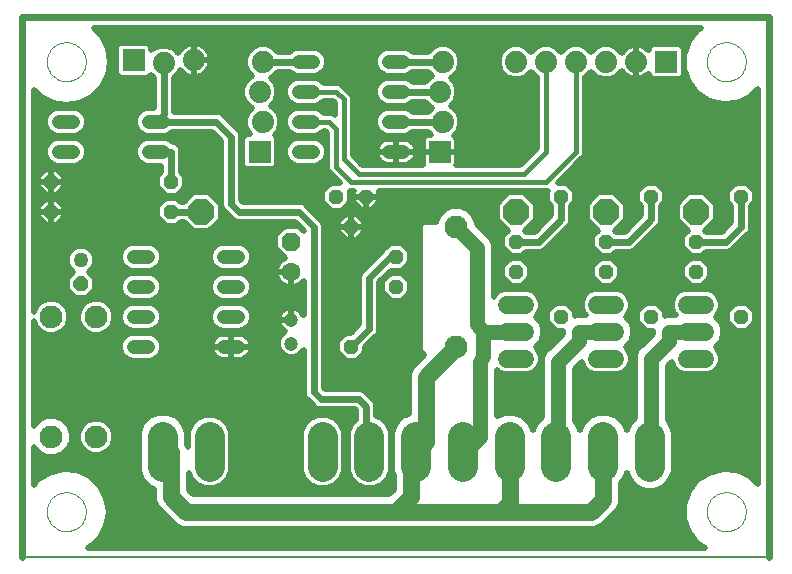
<source format=gtl>
G75*
%MOIN*%
%OFA0B0*%
%FSLAX24Y24*%
%IPPOS*%
%LPD*%
%AMOC8*
5,1,8,0,0,1.08239X$1,22.5*
%
%ADD10C,0.0080*%
%ADD11C,0.0240*%
%ADD12C,0.0600*%
%ADD13C,0.0000*%
%ADD14C,0.0500*%
%ADD15OC8,0.0500*%
%ADD16OC8,0.0630*%
%ADD17C,0.0630*%
%ADD18OC8,0.0480*%
%ADD19C,0.0480*%
%ADD20C,0.0472*%
%ADD21C,0.0760*%
%ADD22R,0.0740X0.0740*%
%ADD23C,0.0740*%
%ADD24OC8,0.0850*%
%ADD25C,0.1004*%
%ADD26C,0.0560*%
%ADD27C,0.0500*%
%ADD28C,0.0160*%
%ADD29C,0.0200*%
D10*
X006373Y004935D02*
X031273Y004935D01*
X020383Y019435D02*
X020333Y019435D01*
X020283Y020435D02*
X020233Y020435D01*
X020333Y021435D02*
X020383Y021435D01*
D11*
X006373Y022931D02*
X006373Y004935D01*
X016083Y010435D02*
X016083Y015935D01*
X015583Y016435D01*
X013583Y016435D01*
X013333Y016685D01*
X013333Y018935D01*
X012833Y019435D01*
X010833Y019435D01*
X011083Y019685D01*
X011083Y021385D01*
X010833Y018435D02*
X011333Y018435D01*
X011333Y017435D01*
X011333Y016435D02*
X012333Y016435D01*
X017333Y011935D02*
X017933Y012535D01*
X017933Y014235D01*
X018633Y014935D01*
X018833Y014935D01*
X022833Y015435D02*
X023583Y015435D01*
X024333Y016185D01*
X024333Y016935D01*
X025833Y015435D02*
X026583Y015435D01*
X027333Y016185D01*
X027333Y016935D01*
X028833Y015435D02*
X029833Y015435D01*
X030333Y015935D01*
X030333Y016935D01*
X031273Y022931D02*
X006373Y022931D01*
X014383Y021435D02*
X015833Y021435D01*
X018833Y021435D02*
X020333Y021435D01*
X020233Y020435D02*
X018833Y020435D01*
X018833Y019435D02*
X020333Y019435D01*
X016083Y010435D02*
X016333Y010185D01*
X017583Y010185D01*
X017833Y009935D01*
X017833Y008685D01*
X017935Y008435D01*
X031273Y004935D02*
X031273Y022931D01*
D12*
X029133Y013335D02*
X028533Y013335D01*
X028533Y012435D02*
X029133Y012435D01*
X029133Y011535D02*
X028533Y011535D01*
X026133Y011535D02*
X025533Y011535D01*
X025533Y012435D02*
X026133Y012435D01*
X026133Y013335D02*
X025533Y013335D01*
X023133Y013335D02*
X022533Y013335D01*
X022533Y012435D02*
X023133Y012435D01*
X023133Y011535D02*
X022533Y011535D01*
D13*
X029183Y006435D02*
X029185Y006485D01*
X029191Y006535D01*
X029201Y006585D01*
X029214Y006633D01*
X029231Y006681D01*
X029252Y006727D01*
X029276Y006771D01*
X029304Y006813D01*
X029335Y006853D01*
X029369Y006890D01*
X029406Y006925D01*
X029445Y006956D01*
X029486Y006985D01*
X029530Y007010D01*
X029576Y007032D01*
X029623Y007050D01*
X029671Y007064D01*
X029720Y007075D01*
X029770Y007082D01*
X029820Y007085D01*
X029871Y007084D01*
X029921Y007079D01*
X029971Y007070D01*
X030019Y007058D01*
X030067Y007041D01*
X030113Y007021D01*
X030158Y006998D01*
X030201Y006971D01*
X030241Y006941D01*
X030279Y006908D01*
X030314Y006872D01*
X030347Y006833D01*
X030376Y006792D01*
X030402Y006749D01*
X030425Y006704D01*
X030444Y006657D01*
X030459Y006609D01*
X030471Y006560D01*
X030479Y006510D01*
X030483Y006460D01*
X030483Y006410D01*
X030479Y006360D01*
X030471Y006310D01*
X030459Y006261D01*
X030444Y006213D01*
X030425Y006166D01*
X030402Y006121D01*
X030376Y006078D01*
X030347Y006037D01*
X030314Y005998D01*
X030279Y005962D01*
X030241Y005929D01*
X030201Y005899D01*
X030158Y005872D01*
X030113Y005849D01*
X030067Y005829D01*
X030019Y005812D01*
X029971Y005800D01*
X029921Y005791D01*
X029871Y005786D01*
X029820Y005785D01*
X029770Y005788D01*
X029720Y005795D01*
X029671Y005806D01*
X029623Y005820D01*
X029576Y005838D01*
X029530Y005860D01*
X029486Y005885D01*
X029445Y005914D01*
X029406Y005945D01*
X029369Y005980D01*
X029335Y006017D01*
X029304Y006057D01*
X029276Y006099D01*
X029252Y006143D01*
X029231Y006189D01*
X029214Y006237D01*
X029201Y006285D01*
X029191Y006335D01*
X029185Y006385D01*
X029183Y006435D01*
X029183Y021435D02*
X029185Y021485D01*
X029191Y021535D01*
X029201Y021585D01*
X029214Y021633D01*
X029231Y021681D01*
X029252Y021727D01*
X029276Y021771D01*
X029304Y021813D01*
X029335Y021853D01*
X029369Y021890D01*
X029406Y021925D01*
X029445Y021956D01*
X029486Y021985D01*
X029530Y022010D01*
X029576Y022032D01*
X029623Y022050D01*
X029671Y022064D01*
X029720Y022075D01*
X029770Y022082D01*
X029820Y022085D01*
X029871Y022084D01*
X029921Y022079D01*
X029971Y022070D01*
X030019Y022058D01*
X030067Y022041D01*
X030113Y022021D01*
X030158Y021998D01*
X030201Y021971D01*
X030241Y021941D01*
X030279Y021908D01*
X030314Y021872D01*
X030347Y021833D01*
X030376Y021792D01*
X030402Y021749D01*
X030425Y021704D01*
X030444Y021657D01*
X030459Y021609D01*
X030471Y021560D01*
X030479Y021510D01*
X030483Y021460D01*
X030483Y021410D01*
X030479Y021360D01*
X030471Y021310D01*
X030459Y021261D01*
X030444Y021213D01*
X030425Y021166D01*
X030402Y021121D01*
X030376Y021078D01*
X030347Y021037D01*
X030314Y020998D01*
X030279Y020962D01*
X030241Y020929D01*
X030201Y020899D01*
X030158Y020872D01*
X030113Y020849D01*
X030067Y020829D01*
X030019Y020812D01*
X029971Y020800D01*
X029921Y020791D01*
X029871Y020786D01*
X029820Y020785D01*
X029770Y020788D01*
X029720Y020795D01*
X029671Y020806D01*
X029623Y020820D01*
X029576Y020838D01*
X029530Y020860D01*
X029486Y020885D01*
X029445Y020914D01*
X029406Y020945D01*
X029369Y020980D01*
X029335Y021017D01*
X029304Y021057D01*
X029276Y021099D01*
X029252Y021143D01*
X029231Y021189D01*
X029214Y021237D01*
X029201Y021285D01*
X029191Y021335D01*
X029185Y021385D01*
X029183Y021435D01*
X007183Y021435D02*
X007185Y021485D01*
X007191Y021535D01*
X007201Y021585D01*
X007214Y021633D01*
X007231Y021681D01*
X007252Y021727D01*
X007276Y021771D01*
X007304Y021813D01*
X007335Y021853D01*
X007369Y021890D01*
X007406Y021925D01*
X007445Y021956D01*
X007486Y021985D01*
X007530Y022010D01*
X007576Y022032D01*
X007623Y022050D01*
X007671Y022064D01*
X007720Y022075D01*
X007770Y022082D01*
X007820Y022085D01*
X007871Y022084D01*
X007921Y022079D01*
X007971Y022070D01*
X008019Y022058D01*
X008067Y022041D01*
X008113Y022021D01*
X008158Y021998D01*
X008201Y021971D01*
X008241Y021941D01*
X008279Y021908D01*
X008314Y021872D01*
X008347Y021833D01*
X008376Y021792D01*
X008402Y021749D01*
X008425Y021704D01*
X008444Y021657D01*
X008459Y021609D01*
X008471Y021560D01*
X008479Y021510D01*
X008483Y021460D01*
X008483Y021410D01*
X008479Y021360D01*
X008471Y021310D01*
X008459Y021261D01*
X008444Y021213D01*
X008425Y021166D01*
X008402Y021121D01*
X008376Y021078D01*
X008347Y021037D01*
X008314Y020998D01*
X008279Y020962D01*
X008241Y020929D01*
X008201Y020899D01*
X008158Y020872D01*
X008113Y020849D01*
X008067Y020829D01*
X008019Y020812D01*
X007971Y020800D01*
X007921Y020791D01*
X007871Y020786D01*
X007820Y020785D01*
X007770Y020788D01*
X007720Y020795D01*
X007671Y020806D01*
X007623Y020820D01*
X007576Y020838D01*
X007530Y020860D01*
X007486Y020885D01*
X007445Y020914D01*
X007406Y020945D01*
X007369Y020980D01*
X007335Y021017D01*
X007304Y021057D01*
X007276Y021099D01*
X007252Y021143D01*
X007231Y021189D01*
X007214Y021237D01*
X007201Y021285D01*
X007191Y021335D01*
X007185Y021385D01*
X007183Y021435D01*
X007183Y006435D02*
X007185Y006485D01*
X007191Y006535D01*
X007201Y006585D01*
X007214Y006633D01*
X007231Y006681D01*
X007252Y006727D01*
X007276Y006771D01*
X007304Y006813D01*
X007335Y006853D01*
X007369Y006890D01*
X007406Y006925D01*
X007445Y006956D01*
X007486Y006985D01*
X007530Y007010D01*
X007576Y007032D01*
X007623Y007050D01*
X007671Y007064D01*
X007720Y007075D01*
X007770Y007082D01*
X007820Y007085D01*
X007871Y007084D01*
X007921Y007079D01*
X007971Y007070D01*
X008019Y007058D01*
X008067Y007041D01*
X008113Y007021D01*
X008158Y006998D01*
X008201Y006971D01*
X008241Y006941D01*
X008279Y006908D01*
X008314Y006872D01*
X008347Y006833D01*
X008376Y006792D01*
X008402Y006749D01*
X008425Y006704D01*
X008444Y006657D01*
X008459Y006609D01*
X008471Y006560D01*
X008479Y006510D01*
X008483Y006460D01*
X008483Y006410D01*
X008479Y006360D01*
X008471Y006310D01*
X008459Y006261D01*
X008444Y006213D01*
X008425Y006166D01*
X008402Y006121D01*
X008376Y006078D01*
X008347Y006037D01*
X008314Y005998D01*
X008279Y005962D01*
X008241Y005929D01*
X008201Y005899D01*
X008158Y005872D01*
X008113Y005849D01*
X008067Y005829D01*
X008019Y005812D01*
X007971Y005800D01*
X007921Y005791D01*
X007871Y005786D01*
X007820Y005785D01*
X007770Y005788D01*
X007720Y005795D01*
X007671Y005806D01*
X007623Y005820D01*
X007576Y005838D01*
X007530Y005860D01*
X007486Y005885D01*
X007445Y005914D01*
X007406Y005945D01*
X007369Y005980D01*
X007335Y006017D01*
X007304Y006057D01*
X007276Y006099D01*
X007252Y006143D01*
X007231Y006189D01*
X007214Y006237D01*
X007201Y006285D01*
X007191Y006335D01*
X007185Y006385D01*
X007183Y006435D01*
D14*
X008333Y014835D03*
D15*
X008333Y014035D03*
D16*
X015333Y015435D03*
D17*
X015333Y014435D03*
D18*
X017333Y015935D03*
X017833Y016935D03*
X016833Y016935D03*
X018833Y014935D03*
X018833Y013935D03*
X017333Y011935D03*
X022833Y014435D03*
X022833Y015435D03*
X024333Y016935D03*
X025833Y015435D03*
X025833Y014435D03*
X027333Y012935D03*
X028833Y014435D03*
X028833Y015435D03*
X030333Y016935D03*
X027333Y016935D03*
X030333Y012935D03*
X024333Y012935D03*
X011333Y016435D03*
X011333Y017435D03*
X007333Y017435D03*
X007333Y016435D03*
D19*
X007593Y018435D02*
X008073Y018435D01*
X008073Y019435D02*
X007593Y019435D01*
X010593Y019435D02*
X011073Y019435D01*
X011073Y018435D02*
X010593Y018435D01*
X010573Y014935D02*
X010093Y014935D01*
X010093Y013935D02*
X010573Y013935D01*
X010573Y012935D02*
X010093Y012935D01*
X010093Y011935D02*
X010573Y011935D01*
X013093Y011935D02*
X013573Y011935D01*
X013573Y012935D02*
X013093Y012935D01*
X013093Y013935D02*
X013573Y013935D01*
X013573Y014935D02*
X013093Y014935D01*
X015593Y018435D02*
X016073Y018435D01*
X016073Y019435D02*
X015593Y019435D01*
X015593Y020435D02*
X016073Y020435D01*
X016073Y021435D02*
X015593Y021435D01*
X018593Y021435D02*
X019073Y021435D01*
X019073Y020435D02*
X018593Y020435D01*
X018593Y019435D02*
X019073Y019435D01*
X019073Y018435D02*
X018593Y018435D01*
D20*
X015333Y012829D03*
X015333Y012041D03*
D21*
X020833Y011935D03*
X020833Y015935D03*
X008833Y012935D03*
X007333Y012935D03*
X007333Y008935D03*
X008833Y008935D03*
D22*
X014283Y018435D03*
X010083Y021485D03*
X020283Y018435D03*
X027833Y021435D03*
D23*
X026833Y021435D03*
X025833Y021435D03*
X024833Y021435D03*
X023833Y021435D03*
X022833Y021435D03*
X020383Y021435D03*
X020283Y020435D03*
X020383Y019435D03*
X014383Y019435D03*
X014283Y020435D03*
X014383Y021435D03*
X012083Y021485D03*
X011083Y021385D03*
D24*
X012333Y016435D03*
X022833Y016435D03*
X025833Y016435D03*
X028833Y016435D03*
D25*
X027290Y008937D02*
X027290Y007933D01*
X025731Y007933D02*
X025731Y008937D01*
X024172Y008937D02*
X024172Y007933D01*
X022612Y007933D02*
X022612Y008937D01*
X021053Y008937D02*
X021053Y007933D01*
X019494Y007933D02*
X019494Y008937D01*
X017935Y008937D02*
X017935Y007933D01*
X016376Y007933D02*
X016376Y008937D01*
X012612Y008937D02*
X012612Y007933D01*
X011053Y007933D02*
X011053Y008937D01*
D26*
X011053Y008435D02*
X011333Y008435D01*
X011333Y007435D01*
X011333Y006935D01*
X011833Y006435D01*
X018833Y006435D01*
X022333Y006435D01*
X025333Y006435D01*
X025731Y006833D01*
X025731Y008435D01*
X022612Y008435D02*
X022612Y006715D01*
X022333Y006435D01*
X019833Y008774D02*
X019833Y010935D01*
X020833Y011935D01*
X019833Y008774D02*
X019494Y008435D01*
X019333Y008274D01*
X019333Y006935D01*
X018833Y006435D01*
D27*
X021053Y008435D02*
X021133Y008435D01*
X021633Y008935D01*
X021633Y011435D01*
X021733Y011635D01*
X021733Y012435D01*
X022833Y012435D01*
X021733Y012435D02*
X021533Y012685D01*
X021533Y015235D01*
X020833Y015935D01*
X024933Y012435D02*
X024933Y012135D01*
X024233Y011435D01*
X024233Y008435D01*
X024172Y008435D01*
X027290Y008435D02*
X027333Y008435D01*
X027333Y011535D01*
X027933Y012135D01*
X027933Y012435D01*
X028833Y012435D01*
X025833Y012435D02*
X024933Y012435D01*
D28*
X023833Y017435D02*
X024833Y018435D01*
X024833Y021435D01*
X023833Y021435D02*
X023833Y018435D01*
X023083Y017685D01*
X017583Y017685D01*
X017083Y018185D01*
X017083Y020185D01*
X016833Y020435D01*
X015833Y020435D01*
X015833Y019435D02*
X016583Y019435D01*
X016833Y019185D01*
X016833Y017935D01*
X017333Y017435D01*
X023833Y017435D01*
D29*
X023882Y017135D02*
X023873Y017126D01*
X023873Y016744D01*
X023993Y016624D01*
X023993Y016326D01*
X023442Y015775D01*
X023143Y015775D01*
X023114Y015804D01*
X023478Y016168D01*
X023478Y016702D01*
X023100Y017080D01*
X022566Y017080D01*
X022188Y016702D01*
X022188Y016168D01*
X022552Y015804D01*
X022373Y015626D01*
X022373Y015244D01*
X022642Y014975D01*
X023023Y014975D01*
X023143Y015095D01*
X023651Y015095D01*
X023776Y015147D01*
X024526Y015897D01*
X024621Y015992D01*
X024673Y016117D01*
X024673Y016624D01*
X024793Y016744D01*
X024793Y017126D01*
X024523Y017395D01*
X024217Y017395D01*
X025003Y018181D01*
X025087Y018265D01*
X025133Y018375D01*
X025133Y020921D01*
X025167Y020935D01*
X025333Y021101D01*
X025499Y020935D01*
X025716Y020845D01*
X025950Y020845D01*
X026167Y020935D01*
X026333Y021101D01*
X026347Y021134D01*
X026398Y021064D01*
X026462Y021000D01*
X026534Y020947D01*
X026614Y020907D01*
X026699Y020879D01*
X026788Y020865D01*
X026833Y020865D01*
X026878Y020865D01*
X026966Y020879D01*
X027052Y020907D01*
X027132Y020947D01*
X027204Y021000D01*
X027243Y021039D01*
X027243Y020974D01*
X027372Y020845D01*
X028294Y020845D01*
X028423Y020974D01*
X028423Y021896D01*
X028294Y022025D01*
X027372Y022025D01*
X027243Y021896D01*
X027243Y021831D01*
X027204Y021870D01*
X027132Y021923D01*
X027052Y021963D01*
X026966Y021991D01*
X026878Y022005D01*
X026833Y022005D01*
X026833Y021435D01*
X026833Y021435D01*
X026833Y020865D01*
X026833Y021435D01*
X026833Y021435D01*
X026833Y022005D01*
X026788Y022005D01*
X026699Y021991D01*
X026614Y021963D01*
X026534Y021923D01*
X026462Y021870D01*
X026398Y021806D01*
X026347Y021736D01*
X026333Y021769D01*
X026167Y021935D01*
X025950Y022025D01*
X025716Y022025D01*
X025499Y021935D01*
X025333Y021769D01*
X025167Y021935D01*
X024950Y022025D01*
X024716Y022025D01*
X024499Y021935D01*
X024333Y021769D01*
X024167Y021935D01*
X023950Y022025D01*
X023716Y022025D01*
X023499Y021935D01*
X023333Y021769D01*
X023167Y021935D01*
X022950Y022025D01*
X022716Y022025D01*
X022499Y021935D01*
X022333Y021769D01*
X022243Y021552D01*
X022243Y021318D01*
X022333Y021101D01*
X022499Y020935D01*
X022716Y020845D01*
X022950Y020845D01*
X023167Y020935D01*
X023333Y021101D01*
X023499Y020935D01*
X023533Y020921D01*
X023533Y018559D01*
X022959Y017985D01*
X020838Y017985D01*
X020839Y017988D01*
X020853Y018039D01*
X020853Y018435D01*
X020853Y018831D01*
X020839Y018882D01*
X020813Y018928D01*
X020776Y018965D01*
X020758Y018975D01*
X020883Y019101D01*
X020973Y019318D01*
X020973Y019552D01*
X020883Y019769D01*
X020717Y019935D01*
X020647Y019964D01*
X020783Y020101D01*
X020873Y020318D01*
X020873Y020552D01*
X020783Y020769D01*
X020647Y020906D01*
X020717Y020935D01*
X020883Y021101D01*
X020973Y021318D01*
X020973Y021552D01*
X020883Y021769D01*
X020717Y021935D01*
X020500Y022025D01*
X020266Y022025D01*
X020049Y021935D01*
X019889Y021775D01*
X019383Y021775D01*
X019334Y021825D01*
X019164Y021895D01*
X018501Y021895D01*
X018332Y021825D01*
X018203Y021696D01*
X018133Y021526D01*
X018133Y021343D01*
X018203Y021174D01*
X018332Y021045D01*
X018501Y020975D01*
X019164Y020975D01*
X019334Y021045D01*
X019383Y021095D01*
X019889Y021095D01*
X020019Y020964D01*
X019949Y020935D01*
X019789Y020775D01*
X019383Y020775D01*
X019334Y020825D01*
X019164Y020895D01*
X018501Y020895D01*
X018332Y020825D01*
X018203Y020696D01*
X018133Y020526D01*
X018133Y020343D01*
X018203Y020174D01*
X018332Y020045D01*
X018501Y019975D01*
X019164Y019975D01*
X019334Y020045D01*
X019383Y020095D01*
X019789Y020095D01*
X019949Y019935D01*
X020019Y019906D01*
X019889Y019775D01*
X019383Y019775D01*
X019334Y019825D01*
X019164Y019895D01*
X018501Y019895D01*
X018332Y019825D01*
X018203Y019696D01*
X018133Y019526D01*
X018133Y019343D01*
X018203Y019174D01*
X018332Y019045D01*
X018501Y018975D01*
X019164Y018975D01*
X019334Y019045D01*
X019383Y019095D01*
X019889Y019095D01*
X019979Y019005D01*
X019887Y019005D01*
X019836Y018991D01*
X019790Y018965D01*
X019753Y018928D01*
X019727Y018882D01*
X019713Y018831D01*
X019713Y018435D01*
X019713Y018039D01*
X019727Y017988D01*
X019728Y017985D01*
X017707Y017985D01*
X017383Y018309D01*
X017383Y020245D01*
X017337Y020355D01*
X017087Y020605D01*
X017003Y020689D01*
X016893Y020735D01*
X016423Y020735D01*
X016334Y020825D01*
X016164Y020895D01*
X015501Y020895D01*
X015332Y020825D01*
X015203Y020696D01*
X015133Y020526D01*
X015133Y020343D01*
X015203Y020174D01*
X015332Y020045D01*
X015501Y019975D01*
X016164Y019975D01*
X016334Y020045D01*
X016423Y020135D01*
X016709Y020135D01*
X016783Y020061D01*
X016783Y019659D01*
X016753Y019689D01*
X016643Y019735D01*
X016423Y019735D01*
X016334Y019825D01*
X016164Y019895D01*
X015501Y019895D01*
X015332Y019825D01*
X015203Y019696D01*
X015133Y019526D01*
X015133Y019343D01*
X015203Y019174D01*
X015332Y019045D01*
X015501Y018975D01*
X016164Y018975D01*
X016334Y019045D01*
X016423Y019135D01*
X016459Y019135D01*
X016533Y019061D01*
X016533Y017875D01*
X016579Y017765D01*
X016663Y017681D01*
X016949Y017395D01*
X016642Y017395D01*
X016373Y017126D01*
X016373Y016744D01*
X016642Y016475D01*
X017023Y016475D01*
X017293Y016744D01*
X017293Y017126D01*
X017283Y017135D01*
X017411Y017135D01*
X017393Y017117D01*
X017393Y016935D01*
X017393Y016753D01*
X017651Y016495D01*
X017833Y016495D01*
X018015Y016495D01*
X018273Y016753D01*
X018273Y016935D01*
X018273Y017117D01*
X018255Y017135D01*
X023882Y017135D01*
X023873Y017044D02*
X023137Y017044D01*
X023335Y016845D02*
X023873Y016845D01*
X023971Y016647D02*
X023478Y016647D01*
X023478Y016448D02*
X023993Y016448D01*
X023917Y016250D02*
X023478Y016250D01*
X023361Y016051D02*
X023718Y016051D01*
X023520Y015853D02*
X023163Y015853D01*
X022503Y015853D02*
X021693Y015853D01*
X021513Y016033D02*
X021513Y016070D01*
X021409Y016320D01*
X021218Y016511D01*
X020968Y016615D01*
X020698Y016615D01*
X020448Y016511D01*
X020256Y016320D01*
X020167Y016105D01*
X019742Y016105D01*
X019613Y015976D01*
X019613Y011794D01*
X019742Y011665D01*
X019743Y011665D01*
X019341Y011264D01*
X019253Y011050D01*
X019253Y009705D01*
X019040Y009617D01*
X018814Y009391D01*
X018692Y009096D01*
X018692Y007774D01*
X018753Y007627D01*
X018753Y007175D01*
X018593Y007015D01*
X012073Y007015D01*
X011913Y007175D01*
X011913Y007735D01*
X012000Y007524D01*
X012204Y007321D01*
X012469Y007211D01*
X012756Y007211D01*
X013021Y007321D01*
X013225Y007524D01*
X013334Y007789D01*
X013334Y009081D01*
X013225Y009346D01*
X013021Y009549D01*
X012756Y009659D01*
X012469Y009659D01*
X012204Y009549D01*
X012000Y009346D01*
X011890Y009081D01*
X011890Y008605D01*
X011855Y008689D01*
X011855Y009096D01*
X011733Y009391D01*
X011508Y009617D01*
X011213Y009739D01*
X010894Y009739D01*
X010599Y009617D01*
X010374Y009391D01*
X010251Y009096D01*
X010251Y007774D01*
X010374Y007479D01*
X010599Y007253D01*
X010753Y007189D01*
X010753Y006820D01*
X010841Y006606D01*
X011504Y005943D01*
X011718Y005855D01*
X025448Y005855D01*
X025661Y005943D01*
X025825Y006106D01*
X026222Y006504D01*
X026311Y006717D01*
X026311Y007379D01*
X026410Y007479D01*
X026510Y007719D01*
X026610Y007479D01*
X026835Y007253D01*
X027130Y007131D01*
X027449Y007131D01*
X027744Y007253D01*
X027970Y007479D01*
X028092Y007774D01*
X028092Y009096D01*
X027970Y009391D01*
X027883Y009478D01*
X027883Y011307D01*
X028013Y011437D01*
X028013Y011432D01*
X028092Y011240D01*
X028238Y011094D01*
X028430Y011015D01*
X029236Y011015D01*
X029427Y011094D01*
X029574Y011240D01*
X029653Y011432D01*
X029653Y011638D01*
X029574Y011830D01*
X029475Y011928D01*
X029642Y012095D01*
X029733Y012316D01*
X029733Y012554D01*
X029642Y012775D01*
X029475Y012942D01*
X029574Y013040D01*
X029653Y013232D01*
X029653Y013438D01*
X029574Y013630D01*
X029427Y013776D01*
X029236Y013855D01*
X028430Y013855D01*
X028238Y013776D01*
X028092Y013630D01*
X028013Y013438D01*
X028013Y013232D01*
X028092Y013040D01*
X028148Y012985D01*
X027824Y012985D01*
X027793Y012972D01*
X027793Y013126D01*
X027523Y013395D01*
X027142Y013395D01*
X026873Y013126D01*
X026873Y012744D01*
X027142Y012475D01*
X027383Y012475D01*
X027383Y012363D01*
X027021Y012001D01*
X026867Y011847D01*
X026783Y011644D01*
X026783Y009564D01*
X026610Y009391D01*
X026510Y009151D01*
X026410Y009391D01*
X026185Y009617D01*
X025890Y009739D01*
X025571Y009739D01*
X025276Y009617D01*
X025051Y009391D01*
X024951Y009151D01*
X024851Y009391D01*
X024783Y009460D01*
X024783Y011207D01*
X025013Y011437D01*
X025013Y011432D01*
X025092Y011240D01*
X025238Y011094D01*
X025430Y011015D01*
X026236Y011015D01*
X026427Y011094D01*
X026574Y011240D01*
X026653Y011432D01*
X026653Y011638D01*
X026574Y011830D01*
X026475Y011928D01*
X026642Y012095D01*
X026733Y012316D01*
X026733Y012554D01*
X026642Y012775D01*
X026475Y012942D01*
X026574Y013040D01*
X026653Y013232D01*
X026653Y013438D01*
X026574Y013630D01*
X026427Y013776D01*
X026236Y013855D01*
X025430Y013855D01*
X025238Y013776D01*
X025092Y013630D01*
X025013Y013438D01*
X025013Y013232D01*
X025092Y013040D01*
X025148Y012985D01*
X024824Y012985D01*
X024793Y012972D01*
X024793Y013126D01*
X024523Y013395D01*
X024142Y013395D01*
X023873Y013126D01*
X023873Y012744D01*
X024142Y012475D01*
X024383Y012475D01*
X024383Y012363D01*
X023921Y011901D01*
X023767Y011747D01*
X023683Y011544D01*
X023683Y009583D01*
X023492Y009391D01*
X023392Y009151D01*
X023292Y009391D01*
X023067Y009617D01*
X022772Y009739D01*
X022453Y009739D01*
X022183Y009627D01*
X022183Y011150D01*
X022238Y011094D01*
X022430Y011015D01*
X023236Y011015D01*
X023427Y011094D01*
X023574Y011240D01*
X023653Y011432D01*
X023653Y011638D01*
X023574Y011830D01*
X023475Y011928D01*
X023642Y012095D01*
X023733Y012316D01*
X023733Y012554D01*
X023642Y012775D01*
X023475Y012942D01*
X023574Y013040D01*
X023653Y013232D01*
X023653Y013438D01*
X023574Y013630D01*
X023427Y013776D01*
X023236Y013855D01*
X022430Y013855D01*
X022238Y013776D01*
X022092Y013630D01*
X022083Y013607D01*
X022083Y015344D01*
X021999Y015547D01*
X021513Y016033D01*
X021513Y016051D02*
X022305Y016051D01*
X022188Y016250D02*
X021439Y016250D01*
X021282Y016448D02*
X022188Y016448D01*
X022188Y016647D02*
X018167Y016647D01*
X018273Y016845D02*
X022331Y016845D01*
X022529Y017044D02*
X018273Y017044D01*
X018273Y016935D02*
X017833Y016935D01*
X017833Y016935D01*
X018273Y016935D01*
X017833Y016935D02*
X017833Y016495D01*
X017833Y016935D01*
X017833Y016935D01*
X017393Y016935D01*
X017833Y016935D01*
X017833Y016935D01*
X017833Y016845D02*
X017833Y016845D01*
X017833Y016647D02*
X017833Y016647D01*
X017499Y016647D02*
X017195Y016647D01*
X017293Y016845D02*
X017393Y016845D01*
X017393Y017044D02*
X017293Y017044D01*
X016903Y017441D02*
X013673Y017441D01*
X013673Y017639D02*
X016705Y017639D01*
X016663Y017681D02*
X016663Y017681D01*
X016549Y017838D02*
X013673Y017838D01*
X013693Y017974D02*
X013822Y017845D01*
X014744Y017845D01*
X014873Y017974D01*
X014873Y018896D01*
X014776Y018993D01*
X014883Y019101D01*
X014973Y019318D01*
X014973Y019552D01*
X014883Y019769D01*
X014717Y019935D01*
X014647Y019964D01*
X014783Y020101D01*
X014873Y020318D01*
X014873Y020552D01*
X014783Y020769D01*
X014647Y020906D01*
X014717Y020935D01*
X014877Y021095D01*
X015282Y021095D01*
X015332Y021045D01*
X015501Y020975D01*
X016164Y020975D01*
X016334Y021045D01*
X016463Y021174D01*
X016533Y021343D01*
X016533Y021526D01*
X016463Y021696D01*
X016334Y021825D01*
X016164Y021895D01*
X015501Y021895D01*
X015332Y021825D01*
X015282Y021775D01*
X014877Y021775D01*
X014717Y021935D01*
X014500Y022025D01*
X014266Y022025D01*
X014049Y021935D01*
X013883Y021769D01*
X013793Y021552D01*
X013793Y021318D01*
X013883Y021101D01*
X014019Y020964D01*
X013949Y020935D01*
X013783Y020769D01*
X013693Y020552D01*
X013693Y020318D01*
X013783Y020101D01*
X013949Y019935D01*
X014019Y019906D01*
X013883Y019769D01*
X013793Y019552D01*
X013793Y019318D01*
X013883Y019101D01*
X013959Y019025D01*
X013822Y019025D01*
X013693Y018896D01*
X013693Y017974D01*
X013693Y018036D02*
X013673Y018036D01*
X013673Y018235D02*
X013693Y018235D01*
X013693Y018433D02*
X013673Y018433D01*
X013673Y018632D02*
X013693Y018632D01*
X013693Y018830D02*
X013673Y018830D01*
X013673Y019003D02*
X013621Y019128D01*
X013121Y019628D01*
X013026Y019723D01*
X012901Y019775D01*
X011423Y019775D01*
X011423Y020891D01*
X011583Y021051D01*
X011623Y021148D01*
X011648Y021114D01*
X011712Y021050D01*
X011784Y020997D01*
X011864Y020957D01*
X011949Y020929D01*
X012038Y020915D01*
X012083Y020915D01*
X012128Y020915D01*
X012216Y020929D01*
X012302Y020957D01*
X012382Y020997D01*
X012454Y021050D01*
X012518Y021114D01*
X012570Y021186D01*
X012611Y021266D01*
X012639Y021352D01*
X012653Y021440D01*
X012653Y021485D01*
X012653Y021530D01*
X012639Y021618D01*
X012611Y021704D01*
X012570Y021784D01*
X012518Y021856D01*
X012454Y021920D01*
X012382Y021973D01*
X012302Y022013D01*
X012216Y022041D01*
X012128Y022055D01*
X012083Y022055D01*
X012083Y021485D01*
X012653Y021485D01*
X012083Y021485D01*
X012083Y021485D01*
X012083Y020915D01*
X012083Y021485D01*
X012083Y021485D01*
X012083Y021485D01*
X012083Y022055D01*
X012038Y022055D01*
X011949Y022041D01*
X011864Y022013D01*
X011784Y021973D01*
X011712Y021920D01*
X011648Y021856D01*
X011595Y021784D01*
X011569Y021733D01*
X011417Y021885D01*
X011200Y021975D01*
X010966Y021975D01*
X010749Y021885D01*
X010673Y021809D01*
X010673Y021946D01*
X010544Y022075D01*
X009622Y022075D01*
X009493Y021946D01*
X009493Y021024D01*
X009622Y020895D01*
X010544Y020895D01*
X010641Y020992D01*
X010743Y020891D01*
X010743Y019895D01*
X010501Y019895D01*
X010332Y019825D01*
X010203Y019696D01*
X010133Y019526D01*
X010133Y019343D01*
X010203Y019174D01*
X010332Y019045D01*
X010501Y018975D01*
X011164Y018975D01*
X011334Y019045D01*
X011383Y019095D01*
X012692Y019095D01*
X012993Y018794D01*
X012993Y016617D01*
X013045Y016492D01*
X013390Y016147D01*
X013515Y016095D01*
X015442Y016095D01*
X015743Y015794D01*
X015743Y015782D01*
X015555Y015970D01*
X015111Y015970D01*
X014798Y015657D01*
X014798Y015213D01*
X015111Y014900D01*
X015063Y014875D01*
X014997Y014828D01*
X014940Y014770D01*
X014892Y014705D01*
X014856Y014633D01*
X014831Y014556D01*
X014818Y014476D01*
X014818Y014435D01*
X014818Y014394D01*
X014831Y014314D01*
X014856Y014237D01*
X014892Y014165D01*
X014940Y014099D01*
X014997Y014042D01*
X015063Y013995D01*
X015135Y013958D01*
X015212Y013933D01*
X015292Y013920D01*
X015333Y013920D01*
X015373Y013920D01*
X015454Y013933D01*
X015531Y013958D01*
X015603Y013995D01*
X015668Y014042D01*
X015726Y014099D01*
X015743Y014123D01*
X015743Y012978D01*
X015737Y012996D01*
X015706Y013057D01*
X015666Y013113D01*
X015617Y013161D01*
X015562Y013202D01*
X015500Y013233D01*
X015435Y013254D01*
X015367Y013265D01*
X015333Y013265D01*
X015333Y012829D01*
X015333Y012829D01*
X015333Y013265D01*
X015299Y013265D01*
X015231Y013254D01*
X015165Y013233D01*
X015104Y013202D01*
X015049Y013161D01*
X015000Y013113D01*
X014960Y013057D01*
X014929Y012996D01*
X014907Y012931D01*
X014897Y012863D01*
X014897Y012829D01*
X015333Y012829D01*
X015333Y012829D01*
X014897Y012829D01*
X014897Y012794D01*
X014907Y012727D01*
X014929Y012661D01*
X014960Y012600D01*
X015000Y012545D01*
X015049Y012496D01*
X015104Y012456D01*
X015121Y012447D01*
X015075Y012428D01*
X014946Y012300D01*
X014877Y012132D01*
X014877Y011951D01*
X014946Y011783D01*
X015075Y011655D01*
X015242Y011585D01*
X015424Y011585D01*
X015591Y011655D01*
X015720Y011783D01*
X015743Y011839D01*
X015743Y010367D01*
X015795Y010242D01*
X015890Y010147D01*
X016045Y009992D01*
X016140Y009897D01*
X016265Y009845D01*
X017442Y009845D01*
X017493Y009794D01*
X017493Y009516D01*
X017323Y009346D01*
X017213Y009081D01*
X017213Y007789D01*
X017323Y007524D01*
X017526Y007321D01*
X017792Y007211D01*
X018079Y007211D01*
X018344Y007321D01*
X018547Y007524D01*
X018657Y007789D01*
X018657Y009081D01*
X018547Y009346D01*
X018344Y009549D01*
X018173Y009620D01*
X018173Y010003D01*
X018121Y010128D01*
X018026Y010223D01*
X017776Y010473D01*
X017651Y010525D01*
X016474Y010525D01*
X016423Y010576D01*
X016423Y016003D01*
X016371Y016128D01*
X015871Y016628D01*
X015776Y016723D01*
X015651Y016775D01*
X013724Y016775D01*
X013673Y016826D01*
X013673Y019003D01*
X013662Y019029D02*
X013955Y019029D01*
X013830Y019227D02*
X013522Y019227D01*
X013323Y019426D02*
X013793Y019426D01*
X013823Y019624D02*
X013125Y019624D01*
X013121Y019628D02*
X013121Y019628D01*
X012759Y019029D02*
X011294Y019029D01*
X011164Y018895D02*
X010501Y018895D01*
X010332Y018825D01*
X010203Y018696D01*
X010133Y018526D01*
X010133Y018343D01*
X010203Y018174D01*
X010332Y018045D01*
X010501Y017975D01*
X010993Y017975D01*
X010993Y017746D01*
X010873Y017626D01*
X010873Y017244D01*
X011142Y016975D01*
X011523Y016975D01*
X011793Y017244D01*
X011793Y017626D01*
X011673Y017746D01*
X011673Y018503D01*
X011621Y018628D01*
X011526Y018723D01*
X011401Y018775D01*
X011383Y018775D01*
X011334Y018825D01*
X011164Y018895D01*
X011321Y018830D02*
X012957Y018830D01*
X012993Y018632D02*
X011617Y018632D01*
X011673Y018433D02*
X012993Y018433D01*
X012993Y018235D02*
X011673Y018235D01*
X011673Y018036D02*
X012993Y018036D01*
X012993Y017838D02*
X011673Y017838D01*
X011779Y017639D02*
X012993Y017639D01*
X012993Y017441D02*
X011793Y017441D01*
X011790Y017242D02*
X012993Y017242D01*
X012993Y017044D02*
X012637Y017044D01*
X012600Y017080D02*
X012066Y017080D01*
X011761Y016775D01*
X011643Y016775D01*
X011523Y016895D01*
X011142Y016895D01*
X010873Y016626D01*
X010873Y016244D01*
X011142Y015975D01*
X011523Y015975D01*
X011643Y016095D01*
X011761Y016095D01*
X012066Y015790D01*
X012600Y015790D01*
X012978Y016168D01*
X012978Y016702D01*
X012600Y017080D01*
X012835Y016845D02*
X012993Y016845D01*
X012978Y016647D02*
X012993Y016647D01*
X012978Y016448D02*
X013089Y016448D01*
X012978Y016250D02*
X013288Y016250D01*
X012861Y016051D02*
X015486Y016051D01*
X015672Y015853D02*
X015685Y015853D01*
X016249Y016250D02*
X017025Y016250D01*
X017151Y016375D02*
X016893Y016117D01*
X016893Y015935D01*
X016893Y015753D01*
X017151Y015495D01*
X017333Y015495D01*
X017515Y015495D01*
X017773Y015753D01*
X017773Y015935D01*
X017773Y016117D01*
X017515Y016375D01*
X017333Y016375D01*
X017333Y015935D01*
X017773Y015935D01*
X017333Y015935D01*
X017333Y015935D01*
X017333Y015935D01*
X017333Y015495D01*
X017333Y015935D01*
X017333Y015935D01*
X017333Y016375D01*
X017151Y016375D01*
X017333Y016250D02*
X017333Y016250D01*
X017333Y016051D02*
X017333Y016051D01*
X017333Y015935D02*
X017333Y015935D01*
X016893Y015935D01*
X017333Y015935D01*
X017333Y015853D02*
X017333Y015853D01*
X017333Y015654D02*
X017333Y015654D01*
X016992Y015654D02*
X016423Y015654D01*
X016423Y015456D02*
X019613Y015456D01*
X019613Y015654D02*
X017674Y015654D01*
X017773Y015853D02*
X019613Y015853D01*
X019688Y016051D02*
X017773Y016051D01*
X017641Y016250D02*
X020227Y016250D01*
X020384Y016448D02*
X016051Y016448D01*
X015852Y016647D02*
X016471Y016647D01*
X016373Y016845D02*
X013673Y016845D01*
X013673Y017044D02*
X016373Y017044D01*
X016489Y017242D02*
X013673Y017242D01*
X014873Y018036D02*
X015354Y018036D01*
X015332Y018045D02*
X015501Y017975D01*
X016164Y017975D01*
X016334Y018045D01*
X016463Y018174D01*
X016533Y018343D01*
X016533Y018526D01*
X016463Y018696D01*
X016334Y018825D01*
X016164Y018895D01*
X015501Y018895D01*
X015332Y018825D01*
X015203Y018696D01*
X015133Y018526D01*
X015133Y018343D01*
X015203Y018174D01*
X015332Y018045D01*
X015178Y018235D02*
X014873Y018235D01*
X014873Y018433D02*
X015133Y018433D01*
X015176Y018632D02*
X014873Y018632D01*
X014873Y018830D02*
X015345Y018830D01*
X015372Y019029D02*
X014811Y019029D01*
X014935Y019227D02*
X015181Y019227D01*
X015133Y019426D02*
X014973Y019426D01*
X014943Y019624D02*
X015173Y019624D01*
X015330Y019823D02*
X014830Y019823D01*
X014703Y020021D02*
X015390Y020021D01*
X015184Y020220D02*
X014832Y020220D01*
X014873Y020418D02*
X015133Y020418D01*
X015170Y020617D02*
X014846Y020617D01*
X014737Y020815D02*
X015322Y020815D01*
X015408Y021014D02*
X014796Y021014D01*
X013970Y021014D02*
X012404Y021014D01*
X012584Y021212D02*
X013837Y021212D01*
X013793Y021411D02*
X012648Y021411D01*
X012640Y021609D02*
X013816Y021609D01*
X013921Y021808D02*
X012553Y021808D01*
X012316Y022006D02*
X014220Y022006D01*
X014546Y022006D02*
X020220Y022006D01*
X020546Y022006D02*
X022670Y022006D01*
X022996Y022006D02*
X023670Y022006D01*
X023996Y022006D02*
X024670Y022006D01*
X024996Y022006D02*
X025670Y022006D01*
X025996Y022006D02*
X027353Y022006D01*
X026833Y021808D02*
X026833Y021808D01*
X026833Y021609D02*
X026833Y021609D01*
X026833Y021411D02*
X026833Y021411D01*
X026833Y021212D02*
X026833Y021212D01*
X026833Y021014D02*
X026833Y021014D01*
X027218Y021014D02*
X027243Y021014D01*
X026448Y021014D02*
X026246Y021014D01*
X026295Y021808D02*
X026399Y021808D01*
X025371Y021808D02*
X025295Y021808D01*
X025246Y021014D02*
X025420Y021014D01*
X025133Y020815D02*
X028567Y020815D01*
X028586Y020760D02*
X028586Y020760D01*
X028873Y020392D01*
X029263Y020136D01*
X029716Y020022D01*
X030181Y020060D01*
X030609Y020248D01*
X030903Y020519D01*
X030903Y007351D01*
X030609Y007622D01*
X030609Y007622D01*
X030181Y007810D01*
X029716Y007848D01*
X029716Y007848D01*
X029263Y007734D01*
X028873Y007478D01*
X028586Y007110D01*
X028434Y006668D01*
X028434Y006202D01*
X028586Y005760D01*
X028873Y005392D01*
X029128Y005225D01*
X008556Y005225D01*
X008609Y005248D01*
X008952Y005564D01*
X009174Y005975D01*
X009251Y006435D01*
X009174Y006895D01*
X008952Y007306D01*
X008609Y007622D01*
X008609Y007622D01*
X008181Y007810D01*
X007716Y007848D01*
X007716Y007848D01*
X007263Y007734D01*
X006873Y007478D01*
X006743Y007312D01*
X006743Y008582D01*
X006756Y008550D01*
X006948Y008359D01*
X007198Y008255D01*
X007468Y008255D01*
X007718Y008359D01*
X007909Y008550D01*
X008013Y008800D01*
X008013Y009070D01*
X007909Y009320D01*
X007718Y009511D01*
X007468Y009615D01*
X007198Y009615D01*
X006948Y009511D01*
X006756Y009320D01*
X006743Y009288D01*
X006743Y012792D01*
X006824Y012595D01*
X006993Y012426D01*
X007214Y012335D01*
X007452Y012335D01*
X007673Y012426D01*
X007842Y012595D01*
X007933Y012816D01*
X007933Y013054D01*
X007842Y013275D01*
X007673Y013444D01*
X007452Y013535D01*
X007214Y013535D01*
X006993Y013444D01*
X006824Y013275D01*
X006743Y013078D01*
X006743Y020488D01*
X006976Y020255D01*
X007382Y020048D01*
X007382Y020048D01*
X007833Y019977D01*
X008283Y020048D01*
X008283Y020048D01*
X008690Y020255D01*
X009013Y020578D01*
X009220Y020984D01*
X009220Y020984D01*
X009291Y021435D01*
X009220Y021886D01*
X009013Y022292D01*
X009013Y022292D01*
X009013Y022292D01*
X008743Y022561D01*
X028999Y022561D01*
X028873Y022478D01*
X028586Y022110D01*
X028434Y021668D01*
X028434Y021202D01*
X028586Y020760D01*
X028698Y020617D02*
X025133Y020617D01*
X025133Y020418D02*
X028852Y020418D01*
X028873Y020392D02*
X028873Y020392D01*
X028873Y020392D01*
X029136Y020220D02*
X025133Y020220D01*
X025133Y020021D02*
X030903Y020021D01*
X030903Y019823D02*
X025133Y019823D01*
X025133Y019624D02*
X030903Y019624D01*
X030903Y019426D02*
X025133Y019426D01*
X025133Y019227D02*
X030903Y019227D01*
X030903Y019029D02*
X025133Y019029D01*
X025133Y018830D02*
X030903Y018830D01*
X030903Y018632D02*
X025133Y018632D01*
X025133Y018433D02*
X030903Y018433D01*
X030903Y018235D02*
X025057Y018235D01*
X024858Y018036D02*
X030903Y018036D01*
X030903Y017838D02*
X024660Y017838D01*
X024461Y017639D02*
X030903Y017639D01*
X030903Y017441D02*
X024263Y017441D01*
X024676Y017242D02*
X026989Y017242D01*
X026873Y017126D02*
X026873Y016744D01*
X026993Y016624D01*
X026993Y016326D01*
X026442Y015775D01*
X026143Y015775D01*
X026114Y015804D01*
X026478Y016168D01*
X026478Y016702D01*
X026100Y017080D01*
X025566Y017080D01*
X025188Y016702D01*
X025188Y016168D01*
X025552Y015804D01*
X025373Y015626D01*
X025373Y015244D01*
X025642Y014975D01*
X026023Y014975D01*
X026143Y015095D01*
X026651Y015095D01*
X026776Y015147D01*
X027526Y015897D01*
X027621Y015992D01*
X027673Y016117D01*
X027673Y016624D01*
X027793Y016744D01*
X027793Y017126D01*
X027523Y017395D01*
X027142Y017395D01*
X026873Y017126D01*
X026873Y017044D02*
X026137Y017044D01*
X026335Y016845D02*
X026873Y016845D01*
X026971Y016647D02*
X026478Y016647D01*
X026478Y016448D02*
X026993Y016448D01*
X026917Y016250D02*
X026478Y016250D01*
X026361Y016051D02*
X026718Y016051D01*
X026520Y015853D02*
X026163Y015853D01*
X025503Y015853D02*
X024481Y015853D01*
X024645Y016051D02*
X025305Y016051D01*
X025188Y016250D02*
X024673Y016250D01*
X024673Y016448D02*
X025188Y016448D01*
X025188Y016647D02*
X024695Y016647D01*
X024793Y016845D02*
X025331Y016845D01*
X025529Y017044D02*
X024793Y017044D01*
X023407Y018433D02*
X020853Y018433D01*
X020853Y018435D02*
X020283Y018435D01*
X020853Y018435D01*
X020853Y018632D02*
X023533Y018632D01*
X023533Y018830D02*
X020853Y018830D01*
X020811Y019029D02*
X023533Y019029D01*
X023533Y019227D02*
X020935Y019227D01*
X020973Y019426D02*
X023533Y019426D01*
X023533Y019624D02*
X020943Y019624D01*
X020830Y019823D02*
X023533Y019823D01*
X023533Y020021D02*
X020703Y020021D01*
X020832Y020220D02*
X023533Y020220D01*
X023533Y020418D02*
X020873Y020418D01*
X020846Y020617D02*
X023533Y020617D01*
X023533Y020815D02*
X020737Y020815D01*
X020796Y021014D02*
X022420Y021014D01*
X022287Y021212D02*
X020929Y021212D01*
X020973Y021411D02*
X022243Y021411D01*
X022266Y021609D02*
X020949Y021609D01*
X020845Y021808D02*
X022371Y021808D01*
X023295Y021808D02*
X023371Y021808D01*
X024295Y021808D02*
X024371Y021808D01*
X023420Y021014D02*
X023246Y021014D01*
X023208Y018235D02*
X020853Y018235D01*
X020852Y018036D02*
X023010Y018036D01*
X022401Y015654D02*
X021892Y015654D01*
X022037Y015456D02*
X022373Y015456D01*
X022373Y015257D02*
X022083Y015257D01*
X022083Y015059D02*
X022559Y015059D01*
X022642Y014895D02*
X022373Y014626D01*
X022373Y014244D01*
X022642Y013975D01*
X023023Y013975D01*
X023293Y014244D01*
X023293Y014626D01*
X023023Y014895D01*
X022642Y014895D01*
X022607Y014860D02*
X022083Y014860D01*
X022083Y014662D02*
X022409Y014662D01*
X022373Y014463D02*
X022083Y014463D01*
X022083Y014265D02*
X022373Y014265D01*
X022551Y014066D02*
X022083Y014066D01*
X022083Y013868D02*
X030903Y013868D01*
X030903Y014066D02*
X029114Y014066D01*
X029023Y013975D02*
X029293Y014244D01*
X029293Y014626D01*
X029023Y014895D01*
X028642Y014895D01*
X028373Y014626D01*
X028373Y014244D01*
X028642Y013975D01*
X029023Y013975D01*
X029293Y014265D02*
X030903Y014265D01*
X030903Y014463D02*
X029293Y014463D01*
X029257Y014662D02*
X030903Y014662D01*
X030903Y014860D02*
X029058Y014860D01*
X029023Y014975D02*
X029143Y015095D01*
X029901Y015095D01*
X030026Y015147D01*
X030526Y015647D01*
X030621Y015742D01*
X030673Y015867D01*
X030673Y016624D01*
X030793Y016744D01*
X030793Y017126D01*
X030523Y017395D01*
X030142Y017395D01*
X029873Y017126D01*
X029873Y016744D01*
X029993Y016624D01*
X029993Y016076D01*
X029692Y015775D01*
X029143Y015775D01*
X029114Y015804D01*
X029478Y016168D01*
X029478Y016702D01*
X029100Y017080D01*
X028566Y017080D01*
X028188Y016702D01*
X028188Y016168D01*
X028552Y015804D01*
X028373Y015626D01*
X028373Y015244D01*
X028642Y014975D01*
X029023Y014975D01*
X029107Y015059D02*
X030903Y015059D01*
X030903Y015257D02*
X030136Y015257D01*
X030334Y015456D02*
X030903Y015456D01*
X030903Y015654D02*
X030533Y015654D01*
X030667Y015853D02*
X030903Y015853D01*
X030903Y016051D02*
X030673Y016051D01*
X030673Y016250D02*
X030903Y016250D01*
X030903Y016448D02*
X030673Y016448D01*
X030695Y016647D02*
X030903Y016647D01*
X030903Y016845D02*
X030793Y016845D01*
X030793Y017044D02*
X030903Y017044D01*
X030903Y017242D02*
X030676Y017242D01*
X029989Y017242D02*
X027676Y017242D01*
X027793Y017044D02*
X028529Y017044D01*
X028331Y016845D02*
X027793Y016845D01*
X027695Y016647D02*
X028188Y016647D01*
X028188Y016448D02*
X027673Y016448D01*
X027673Y016250D02*
X028188Y016250D01*
X028305Y016051D02*
X027645Y016051D01*
X027481Y015853D02*
X028503Y015853D01*
X028401Y015654D02*
X027283Y015654D01*
X027084Y015456D02*
X028373Y015456D01*
X028373Y015257D02*
X026886Y015257D01*
X026257Y014662D02*
X028409Y014662D01*
X028373Y014463D02*
X026293Y014463D01*
X026293Y014626D02*
X026293Y014244D01*
X026023Y013975D01*
X025642Y013975D01*
X025373Y014244D01*
X025373Y014626D01*
X025642Y014895D01*
X026023Y014895D01*
X026293Y014626D01*
X026058Y014860D02*
X028607Y014860D01*
X028559Y015059D02*
X026107Y015059D01*
X025607Y014860D02*
X023058Y014860D01*
X023107Y015059D02*
X025559Y015059D01*
X025373Y015257D02*
X023886Y015257D01*
X024084Y015456D02*
X025373Y015456D01*
X025401Y015654D02*
X024283Y015654D01*
X023257Y014662D02*
X025409Y014662D01*
X025373Y014463D02*
X023293Y014463D01*
X023293Y014265D02*
X025373Y014265D01*
X025551Y014066D02*
X023114Y014066D01*
X023534Y013669D02*
X025132Y013669D01*
X025026Y013471D02*
X023640Y013471D01*
X023653Y013272D02*
X024019Y013272D01*
X023873Y013074D02*
X023587Y013074D01*
X023541Y012875D02*
X023873Y012875D01*
X023941Y012677D02*
X023682Y012677D01*
X023733Y012478D02*
X024139Y012478D01*
X024300Y012280D02*
X023718Y012280D01*
X023627Y012081D02*
X024101Y012081D01*
X023903Y011883D02*
X023521Y011883D01*
X023634Y011684D02*
X023741Y011684D01*
X023683Y011486D02*
X023653Y011486D01*
X023683Y011287D02*
X023593Y011287D01*
X023683Y011089D02*
X023414Y011089D01*
X023683Y010890D02*
X022183Y010890D01*
X022183Y010692D02*
X023683Y010692D01*
X023683Y010493D02*
X022183Y010493D01*
X022183Y010295D02*
X023683Y010295D01*
X023683Y010096D02*
X022183Y010096D01*
X022183Y009898D02*
X023683Y009898D01*
X023683Y009699D02*
X022868Y009699D01*
X023183Y009501D02*
X023601Y009501D01*
X023455Y009302D02*
X023329Y009302D01*
X022357Y009699D02*
X022183Y009699D01*
X022183Y011089D02*
X022252Y011089D01*
X024783Y011089D02*
X025252Y011089D01*
X025073Y011287D02*
X024863Y011287D01*
X024783Y010890D02*
X026783Y010890D01*
X026783Y010692D02*
X024783Y010692D01*
X024783Y010493D02*
X026783Y010493D01*
X026783Y010295D02*
X024783Y010295D01*
X024783Y010096D02*
X026783Y010096D01*
X026783Y009898D02*
X024783Y009898D01*
X024783Y009699D02*
X025475Y009699D01*
X025160Y009501D02*
X024783Y009501D01*
X024888Y009302D02*
X025014Y009302D01*
X025986Y009699D02*
X026783Y009699D01*
X026719Y009501D02*
X026301Y009501D01*
X026447Y009302D02*
X026573Y009302D01*
X027883Y009501D02*
X030903Y009501D01*
X030903Y009699D02*
X027883Y009699D01*
X027883Y009898D02*
X030903Y009898D01*
X030903Y010096D02*
X027883Y010096D01*
X027883Y010295D02*
X030903Y010295D01*
X030903Y010493D02*
X027883Y010493D01*
X027883Y010692D02*
X030903Y010692D01*
X030903Y010890D02*
X027883Y010890D01*
X027883Y011089D02*
X028252Y011089D01*
X028073Y011287D02*
X027883Y011287D01*
X027101Y012081D02*
X026627Y012081D01*
X026718Y012280D02*
X027300Y012280D01*
X027139Y012478D02*
X026733Y012478D01*
X026682Y012677D02*
X026941Y012677D01*
X026873Y012875D02*
X026541Y012875D01*
X026587Y013074D02*
X026873Y013074D01*
X027019Y013272D02*
X026653Y013272D01*
X026640Y013471D02*
X028026Y013471D01*
X028013Y013272D02*
X027646Y013272D01*
X027793Y013074D02*
X028078Y013074D01*
X028132Y013669D02*
X026534Y013669D01*
X026114Y014066D02*
X028551Y014066D01*
X028373Y014265D02*
X026293Y014265D01*
X025013Y013272D02*
X024646Y013272D01*
X024793Y013074D02*
X025078Y013074D01*
X026521Y011883D02*
X026903Y011883D01*
X027021Y012001D02*
X027021Y012001D01*
X026799Y011684D02*
X026634Y011684D01*
X026653Y011486D02*
X026783Y011486D01*
X026783Y011287D02*
X026593Y011287D01*
X026414Y011089D02*
X026783Y011089D01*
X028006Y009302D02*
X030903Y009302D01*
X030903Y009104D02*
X028089Y009104D01*
X028092Y008905D02*
X030903Y008905D01*
X030903Y008707D02*
X028092Y008707D01*
X028092Y008508D02*
X030903Y008508D01*
X030903Y008310D02*
X028092Y008310D01*
X028092Y008111D02*
X030903Y008111D01*
X030903Y007913D02*
X028092Y007913D01*
X028067Y007714D02*
X029233Y007714D01*
X029263Y007734D02*
X029263Y007734D01*
X028930Y007516D02*
X027985Y007516D01*
X027808Y007317D02*
X028747Y007317D01*
X028873Y007478D02*
X028873Y007478D01*
X028873Y007478D01*
X028593Y007119D02*
X026311Y007119D01*
X026311Y007317D02*
X026772Y007317D01*
X026595Y007516D02*
X026426Y007516D01*
X026508Y007714D02*
X026512Y007714D01*
X026311Y006920D02*
X028521Y006920D01*
X028586Y007110D02*
X028586Y007110D01*
X028452Y006722D02*
X026311Y006722D01*
X026230Y006523D02*
X028434Y006523D01*
X028434Y006325D02*
X026043Y006325D01*
X025844Y006126D02*
X028460Y006126D01*
X028528Y005928D02*
X025623Y005928D01*
X028586Y005760D02*
X028586Y005760D01*
X028610Y005729D02*
X009041Y005729D01*
X008952Y005564D02*
X008952Y005564D01*
X008916Y005531D02*
X028765Y005531D01*
X028873Y005392D02*
X028873Y005392D01*
X028964Y005332D02*
X008700Y005332D01*
X008609Y005248D02*
X008609Y005248D01*
X009149Y005928D02*
X011543Y005928D01*
X011322Y006126D02*
X009199Y006126D01*
X009174Y005975D02*
X009174Y005975D01*
X009233Y006325D02*
X011123Y006325D01*
X010925Y006523D02*
X009236Y006523D01*
X009203Y006722D02*
X010794Y006722D01*
X010753Y006920D02*
X009161Y006920D01*
X009174Y006895D02*
X009174Y006895D01*
X009053Y007119D02*
X010753Y007119D01*
X010535Y007317D02*
X008940Y007317D01*
X008952Y007306D02*
X008952Y007306D01*
X008724Y007516D02*
X010358Y007516D01*
X010276Y007714D02*
X008399Y007714D01*
X008181Y007810D02*
X008181Y007810D01*
X007600Y008310D02*
X010251Y008310D01*
X010251Y008508D02*
X009254Y008508D01*
X009173Y008426D02*
X009342Y008595D01*
X009433Y008816D01*
X009433Y009054D01*
X009342Y009275D01*
X009173Y009444D01*
X008952Y009535D01*
X008714Y009535D01*
X008493Y009444D01*
X008324Y009275D01*
X008233Y009054D01*
X008233Y008816D01*
X008324Y008595D01*
X008493Y008426D01*
X008714Y008335D01*
X008952Y008335D01*
X009173Y008426D01*
X009388Y008707D02*
X010251Y008707D01*
X010251Y008905D02*
X009433Y008905D01*
X009413Y009104D02*
X010254Y009104D01*
X010337Y009302D02*
X009314Y009302D01*
X009036Y009501D02*
X010483Y009501D01*
X010797Y009699D02*
X006743Y009699D01*
X006743Y009501D02*
X006937Y009501D01*
X006749Y009302D02*
X006743Y009302D01*
X006743Y009898D02*
X016140Y009898D01*
X016233Y009659D02*
X015967Y009549D01*
X015764Y009346D01*
X015654Y009081D01*
X015654Y007789D01*
X015764Y007524D01*
X015967Y007321D01*
X016233Y007211D01*
X016520Y007211D01*
X016785Y007321D01*
X016988Y007524D01*
X017098Y007789D01*
X017098Y009081D01*
X016988Y009346D01*
X016785Y009549D01*
X016520Y009659D01*
X016233Y009659D01*
X015919Y009501D02*
X013070Y009501D01*
X013243Y009302D02*
X015746Y009302D01*
X015664Y009104D02*
X013325Y009104D01*
X013334Y008905D02*
X015654Y008905D01*
X015654Y008707D02*
X013334Y008707D01*
X013334Y008508D02*
X015654Y008508D01*
X015654Y008310D02*
X013334Y008310D01*
X013334Y008111D02*
X015654Y008111D01*
X015654Y007913D02*
X013334Y007913D01*
X013303Y007714D02*
X015686Y007714D01*
X015773Y007516D02*
X013216Y007516D01*
X013012Y007317D02*
X015977Y007317D01*
X016776Y007317D02*
X017536Y007317D01*
X017332Y007516D02*
X016980Y007516D01*
X017067Y007714D02*
X017245Y007714D01*
X017213Y007913D02*
X017098Y007913D01*
X017098Y008111D02*
X017213Y008111D01*
X017213Y008310D02*
X017098Y008310D01*
X017098Y008508D02*
X017213Y008508D01*
X017213Y008707D02*
X017098Y008707D01*
X017098Y008905D02*
X017213Y008905D01*
X017223Y009104D02*
X017089Y009104D01*
X017006Y009302D02*
X017305Y009302D01*
X017478Y009501D02*
X016834Y009501D01*
X017493Y009699D02*
X011309Y009699D01*
X011624Y009501D02*
X012155Y009501D01*
X011982Y009302D02*
X011770Y009302D01*
X011852Y009104D02*
X011900Y009104D01*
X011890Y008905D02*
X011855Y008905D01*
X011855Y008707D02*
X011890Y008707D01*
X011913Y007714D02*
X011922Y007714D01*
X011913Y007516D02*
X012009Y007516D01*
X011913Y007317D02*
X012213Y007317D01*
X011970Y007119D02*
X018696Y007119D01*
X018753Y007317D02*
X018335Y007317D01*
X018539Y007516D02*
X018753Y007516D01*
X018717Y007714D02*
X018626Y007714D01*
X018657Y007913D02*
X018692Y007913D01*
X018692Y008111D02*
X018657Y008111D01*
X018657Y008310D02*
X018692Y008310D01*
X018692Y008508D02*
X018657Y008508D01*
X018657Y008707D02*
X018692Y008707D01*
X018692Y008905D02*
X018657Y008905D01*
X018648Y009104D02*
X018695Y009104D01*
X018778Y009302D02*
X018566Y009302D01*
X018393Y009501D02*
X018924Y009501D01*
X019238Y009699D02*
X018173Y009699D01*
X018173Y009898D02*
X019253Y009898D01*
X019253Y010096D02*
X018134Y010096D01*
X017954Y010295D02*
X019253Y010295D01*
X019253Y010493D02*
X017728Y010493D01*
X017523Y011475D02*
X017142Y011475D01*
X016873Y011744D01*
X016873Y012126D01*
X017142Y012395D01*
X017312Y012395D01*
X017593Y012676D01*
X017593Y014303D01*
X017645Y014428D01*
X018345Y015128D01*
X018440Y015223D01*
X018492Y015245D01*
X018642Y015395D01*
X019023Y015395D01*
X019293Y015126D01*
X019293Y014744D01*
X019023Y014475D01*
X018654Y014475D01*
X018273Y014094D01*
X018273Y012467D01*
X018221Y012342D01*
X018126Y012247D01*
X017793Y011914D01*
X017793Y011744D01*
X017523Y011475D01*
X017534Y011486D02*
X019563Y011486D01*
X019723Y011684D02*
X017732Y011684D01*
X017793Y011883D02*
X019613Y011883D01*
X019613Y012081D02*
X017960Y012081D01*
X018158Y012280D02*
X019613Y012280D01*
X019613Y012478D02*
X018273Y012478D01*
X018273Y012677D02*
X019613Y012677D01*
X019613Y012875D02*
X018273Y012875D01*
X018273Y013074D02*
X019613Y013074D01*
X019613Y013272D02*
X018273Y013272D01*
X018273Y013471D02*
X019613Y013471D01*
X019613Y013669D02*
X019217Y013669D01*
X019293Y013744D02*
X019023Y013475D01*
X018642Y013475D01*
X018373Y013744D01*
X018373Y014126D01*
X018642Y014395D01*
X019023Y014395D01*
X019293Y014126D01*
X019293Y013744D01*
X019293Y013868D02*
X019613Y013868D01*
X019613Y014066D02*
X019293Y014066D01*
X019154Y014265D02*
X019613Y014265D01*
X019613Y014463D02*
X018642Y014463D01*
X018512Y014265D02*
X018443Y014265D01*
X018373Y014066D02*
X018273Y014066D01*
X018273Y013868D02*
X018373Y013868D01*
X018448Y013669D02*
X018273Y013669D01*
X017593Y013669D02*
X016423Y013669D01*
X016423Y013471D02*
X017593Y013471D01*
X017593Y013272D02*
X016423Y013272D01*
X016423Y013074D02*
X017593Y013074D01*
X017593Y012875D02*
X016423Y012875D01*
X016423Y012677D02*
X017593Y012677D01*
X017395Y012478D02*
X016423Y012478D01*
X016423Y012280D02*
X017027Y012280D01*
X016873Y012081D02*
X016423Y012081D01*
X016423Y011883D02*
X016873Y011883D01*
X016933Y011684D02*
X016423Y011684D01*
X016423Y011486D02*
X017132Y011486D01*
X016423Y011287D02*
X019365Y011287D01*
X019269Y011089D02*
X016423Y011089D01*
X016423Y010890D02*
X019253Y010890D01*
X019253Y010692D02*
X016423Y010692D01*
X015941Y010096D02*
X006743Y010096D01*
X006743Y010295D02*
X015773Y010295D01*
X015743Y010493D02*
X006743Y010493D01*
X006743Y010692D02*
X015743Y010692D01*
X015743Y010890D02*
X006743Y010890D01*
X006743Y011089D02*
X015743Y011089D01*
X015743Y011287D02*
X006743Y011287D01*
X006743Y011486D02*
X009976Y011486D01*
X010001Y011475D02*
X009832Y011545D01*
X009703Y011674D01*
X009633Y011843D01*
X009633Y012026D01*
X009703Y012196D01*
X009832Y012325D01*
X010001Y012395D01*
X010664Y012395D01*
X010834Y012325D01*
X010963Y012196D01*
X011033Y012026D01*
X011033Y011843D01*
X010963Y011674D01*
X010834Y011545D01*
X010664Y011475D01*
X010001Y011475D01*
X009699Y011684D02*
X006743Y011684D01*
X006743Y011883D02*
X009633Y011883D01*
X009656Y012081D02*
X006743Y012081D01*
X006743Y012280D02*
X009787Y012280D01*
X009832Y012545D02*
X009703Y012674D01*
X009633Y012843D01*
X009633Y013026D01*
X009703Y013196D01*
X009832Y013325D01*
X010001Y013395D01*
X010664Y013395D01*
X010834Y013325D01*
X010963Y013196D01*
X011033Y013026D01*
X011033Y012843D01*
X010963Y012674D01*
X010834Y012545D01*
X010664Y012475D01*
X010001Y012475D01*
X009832Y012545D01*
X009994Y012478D02*
X009224Y012478D01*
X009173Y012426D02*
X009342Y012595D01*
X009433Y012816D01*
X009433Y013054D01*
X009342Y013275D01*
X009173Y013444D01*
X008952Y013535D01*
X008714Y013535D01*
X008493Y013444D01*
X008324Y013275D01*
X008233Y013054D01*
X008233Y012816D01*
X008324Y012595D01*
X008493Y012426D01*
X008714Y012335D01*
X008952Y012335D01*
X009173Y012426D01*
X009375Y012677D02*
X009702Y012677D01*
X009633Y012875D02*
X009433Y012875D01*
X009425Y013074D02*
X009652Y013074D01*
X009779Y013272D02*
X009343Y013272D01*
X009108Y013471D02*
X015743Y013471D01*
X015743Y013669D02*
X013957Y013669D01*
X013963Y013674D02*
X014033Y013843D01*
X014033Y014026D01*
X013963Y014196D01*
X013834Y014325D01*
X013664Y014395D01*
X013001Y014395D01*
X012832Y014325D01*
X012703Y014196D01*
X012633Y014026D01*
X012633Y013843D01*
X012703Y013674D01*
X012832Y013545D01*
X013001Y013475D01*
X013664Y013475D01*
X013834Y013545D01*
X013963Y013674D01*
X014033Y013868D02*
X015743Y013868D01*
X015743Y014066D02*
X015692Y014066D01*
X015333Y014066D02*
X015333Y014066D01*
X015333Y013920D02*
X015333Y014435D01*
X015333Y014435D01*
X015333Y013920D01*
X014974Y014066D02*
X014017Y014066D01*
X013894Y014265D02*
X014847Y014265D01*
X014818Y014435D02*
X015333Y014435D01*
X015333Y014435D01*
X014818Y014435D01*
X014818Y014463D02*
X008626Y014463D01*
X008599Y014437D02*
X008731Y014569D01*
X008803Y014742D01*
X008803Y014928D01*
X008731Y015101D01*
X008599Y015233D01*
X008426Y015305D01*
X008239Y015305D01*
X008067Y015233D01*
X007934Y015101D01*
X007863Y014928D01*
X007863Y014742D01*
X007934Y014569D01*
X008067Y014437D01*
X008069Y014436D01*
X007863Y014230D01*
X007863Y013840D01*
X008138Y013565D01*
X008528Y013565D01*
X008803Y013840D01*
X008803Y014230D01*
X008597Y014436D01*
X008599Y014437D01*
X008768Y014265D02*
X009772Y014265D01*
X009832Y014325D02*
X009703Y014196D01*
X009633Y014026D01*
X009633Y013843D01*
X009703Y013674D01*
X009832Y013545D01*
X010001Y013475D01*
X010664Y013475D01*
X010834Y013545D01*
X010963Y013674D01*
X011033Y013843D01*
X011033Y014026D01*
X010963Y014196D01*
X010834Y014325D01*
X010664Y014395D01*
X010001Y014395D01*
X009832Y014325D01*
X009832Y014545D02*
X010001Y014475D01*
X010664Y014475D01*
X010834Y014545D01*
X010963Y014674D01*
X011033Y014843D01*
X011033Y015026D01*
X010963Y015196D01*
X010834Y015325D01*
X010664Y015395D01*
X010001Y015395D01*
X009832Y015325D01*
X009703Y015196D01*
X009633Y015026D01*
X009633Y014843D01*
X009703Y014674D01*
X009832Y014545D01*
X009716Y014662D02*
X008770Y014662D01*
X008803Y014860D02*
X009633Y014860D01*
X009646Y015059D02*
X008749Y015059D01*
X008542Y015257D02*
X009764Y015257D01*
X010901Y015257D02*
X012764Y015257D01*
X012703Y015196D02*
X012633Y015026D01*
X012633Y014843D01*
X012703Y014674D01*
X012832Y014545D01*
X013001Y014475D01*
X013664Y014475D01*
X013834Y014545D01*
X013963Y014674D01*
X014033Y014843D01*
X014033Y015026D01*
X013963Y015196D01*
X013834Y015325D01*
X013664Y015395D01*
X013001Y015395D01*
X012832Y015325D01*
X012703Y015196D01*
X012646Y015059D02*
X011020Y015059D01*
X011033Y014860D02*
X012633Y014860D01*
X012716Y014662D02*
X010950Y014662D01*
X010894Y014265D02*
X012772Y014265D01*
X012649Y014066D02*
X011017Y014066D01*
X011033Y013868D02*
X012633Y013868D01*
X012708Y013669D02*
X010957Y013669D01*
X010886Y013272D02*
X012779Y013272D01*
X012832Y013325D02*
X012703Y013196D01*
X012633Y013026D01*
X012633Y012843D01*
X012703Y012674D01*
X012832Y012545D01*
X013001Y012475D01*
X013664Y012475D01*
X013834Y012545D01*
X013963Y012674D01*
X014033Y012843D01*
X014033Y013026D01*
X013963Y013196D01*
X013834Y013325D01*
X013664Y013395D01*
X013001Y013395D01*
X012832Y013325D01*
X012652Y013074D02*
X011013Y013074D01*
X011033Y012875D02*
X012633Y012875D01*
X012702Y012677D02*
X010964Y012677D01*
X010672Y012478D02*
X012994Y012478D01*
X012990Y012364D02*
X012924Y012343D01*
X012862Y012311D01*
X012806Y012271D01*
X012757Y012222D01*
X012717Y012166D01*
X012685Y012104D01*
X012664Y012038D01*
X012653Y011970D01*
X012653Y011935D01*
X012653Y011900D01*
X012664Y011832D01*
X012685Y011766D01*
X012717Y011704D01*
X012757Y011648D01*
X012806Y011599D01*
X012862Y011559D01*
X012924Y011527D01*
X012990Y011506D01*
X013058Y011495D01*
X013333Y011495D01*
X013608Y011495D01*
X013676Y011506D01*
X013742Y011527D01*
X013804Y011559D01*
X013860Y011599D01*
X013909Y011648D01*
X013949Y011704D01*
X013981Y011766D01*
X014002Y011832D01*
X014013Y011900D01*
X014013Y011935D01*
X014013Y011970D01*
X014002Y012038D01*
X013981Y012104D01*
X013949Y012166D01*
X013909Y012222D01*
X013860Y012271D01*
X013804Y012311D01*
X013742Y012343D01*
X013676Y012364D01*
X013608Y012375D01*
X013333Y012375D01*
X013333Y011935D01*
X014013Y011935D01*
X013333Y011935D01*
X013333Y011935D01*
X013333Y011935D01*
X013333Y011495D01*
X013333Y011935D01*
X013333Y011935D01*
X013333Y012375D01*
X013058Y012375D01*
X012990Y012364D01*
X012819Y012280D02*
X010879Y012280D01*
X011010Y012081D02*
X012678Y012081D01*
X012653Y011935D02*
X013333Y011935D01*
X012653Y011935D01*
X012656Y011883D02*
X011033Y011883D01*
X010967Y011684D02*
X012731Y011684D01*
X013333Y011684D02*
X013333Y011684D01*
X013333Y011883D02*
X013333Y011883D01*
X013333Y011935D02*
X013333Y011935D01*
X013333Y012081D02*
X013333Y012081D01*
X013333Y012280D02*
X013333Y012280D01*
X013672Y012478D02*
X015073Y012478D01*
X014938Y012280D02*
X013847Y012280D01*
X013988Y012081D02*
X014877Y012081D01*
X014905Y011883D02*
X014010Y011883D01*
X013934Y011684D02*
X015045Y011684D01*
X015621Y011684D02*
X015743Y011684D01*
X015743Y011486D02*
X010690Y011486D01*
X008558Y013471D02*
X007608Y013471D01*
X007843Y013272D02*
X008323Y013272D01*
X008241Y013074D02*
X007925Y013074D01*
X007933Y012875D02*
X008233Y012875D01*
X008291Y012677D02*
X007875Y012677D01*
X007724Y012478D02*
X008441Y012478D01*
X008632Y013669D02*
X009708Y013669D01*
X009633Y013868D02*
X008803Y013868D01*
X008803Y014066D02*
X009649Y014066D01*
X008040Y014463D02*
X006743Y014463D01*
X006743Y014265D02*
X007898Y014265D01*
X007863Y014066D02*
X006743Y014066D01*
X006743Y013868D02*
X007863Y013868D01*
X008034Y013669D02*
X006743Y013669D01*
X006743Y013471D02*
X007058Y013471D01*
X006823Y013272D02*
X006743Y013272D01*
X006743Y012677D02*
X006791Y012677D01*
X006743Y012478D02*
X006941Y012478D01*
X006743Y014662D02*
X007896Y014662D01*
X007863Y014860D02*
X006743Y014860D01*
X006743Y015059D02*
X007917Y015059D01*
X008124Y015257D02*
X006743Y015257D01*
X006743Y015456D02*
X014798Y015456D01*
X014798Y015654D02*
X006743Y015654D01*
X006743Y015853D02*
X012003Y015853D01*
X011805Y016051D02*
X011599Y016051D01*
X011066Y016051D02*
X007571Y016051D01*
X007515Y015995D02*
X007773Y016253D01*
X007773Y016435D01*
X007773Y016617D01*
X007515Y016875D01*
X007333Y016875D01*
X007333Y016435D01*
X007773Y016435D01*
X007333Y016435D01*
X007333Y016435D01*
X007333Y015995D01*
X007515Y015995D01*
X007333Y015995D02*
X007333Y016435D01*
X007333Y016435D01*
X007333Y016435D01*
X007333Y016875D01*
X007151Y016875D01*
X006893Y016617D01*
X006893Y016435D01*
X006893Y016253D01*
X007151Y015995D01*
X007333Y015995D01*
X007333Y016051D02*
X007333Y016051D01*
X007333Y016250D02*
X007333Y016250D01*
X007333Y016435D02*
X006893Y016435D01*
X007333Y016435D01*
X007333Y016435D01*
X007333Y016448D02*
X007333Y016448D01*
X007333Y016647D02*
X007333Y016647D01*
X007333Y016845D02*
X007333Y016845D01*
X007333Y016995D02*
X007515Y016995D01*
X007773Y017253D01*
X007773Y017435D01*
X007773Y017617D01*
X007515Y017875D01*
X007333Y017875D01*
X007333Y017435D01*
X007773Y017435D01*
X007333Y017435D01*
X007333Y017435D01*
X007333Y016995D01*
X007333Y017435D01*
X007333Y017435D01*
X007333Y017435D01*
X007333Y017875D01*
X007151Y017875D01*
X006893Y017617D01*
X006893Y017435D01*
X006893Y017253D01*
X007151Y016995D01*
X007333Y016995D01*
X007333Y017044D02*
X007333Y017044D01*
X007333Y017242D02*
X007333Y017242D01*
X007333Y017435D02*
X006893Y017435D01*
X007333Y017435D01*
X007333Y017435D01*
X007333Y017441D02*
X007333Y017441D01*
X007333Y017639D02*
X007333Y017639D01*
X007333Y017838D02*
X007333Y017838D01*
X007354Y018036D02*
X006743Y018036D01*
X006743Y017838D02*
X007113Y017838D01*
X006915Y017639D02*
X006743Y017639D01*
X006743Y017441D02*
X006893Y017441D01*
X006904Y017242D02*
X006743Y017242D01*
X006743Y017044D02*
X007102Y017044D01*
X007121Y016845D02*
X006743Y016845D01*
X006743Y016647D02*
X006922Y016647D01*
X006893Y016448D02*
X006743Y016448D01*
X006743Y016250D02*
X006896Y016250D01*
X006743Y016051D02*
X007095Y016051D01*
X007770Y016250D02*
X010873Y016250D01*
X010873Y016448D02*
X007773Y016448D01*
X007744Y016647D02*
X010894Y016647D01*
X011092Y016845D02*
X007545Y016845D01*
X007564Y017044D02*
X011074Y017044D01*
X010875Y017242D02*
X007762Y017242D01*
X007773Y017441D02*
X010873Y017441D01*
X010886Y017639D02*
X007751Y017639D01*
X007553Y017838D02*
X010993Y017838D01*
X010354Y018036D02*
X008312Y018036D01*
X008334Y018045D02*
X008463Y018174D01*
X008533Y018343D01*
X008533Y018526D01*
X008463Y018696D01*
X008334Y018825D01*
X008164Y018895D01*
X007501Y018895D01*
X007332Y018825D01*
X007203Y018696D01*
X007133Y018526D01*
X007133Y018343D01*
X007203Y018174D01*
X007332Y018045D01*
X007501Y017975D01*
X008164Y017975D01*
X008334Y018045D01*
X008488Y018235D02*
X010178Y018235D01*
X010133Y018433D02*
X008533Y018433D01*
X008489Y018632D02*
X010176Y018632D01*
X010345Y018830D02*
X008321Y018830D01*
X008294Y019029D02*
X010372Y019029D01*
X010181Y019227D02*
X008485Y019227D01*
X008463Y019174D02*
X008533Y019343D01*
X008533Y019526D01*
X008463Y019696D01*
X008334Y019825D01*
X008164Y019895D01*
X007501Y019895D01*
X007332Y019825D01*
X007203Y019696D01*
X007133Y019526D01*
X007133Y019343D01*
X007203Y019174D01*
X007332Y019045D01*
X007501Y018975D01*
X008164Y018975D01*
X008334Y019045D01*
X008463Y019174D01*
X008533Y019426D02*
X010133Y019426D01*
X010173Y019624D02*
X008493Y019624D01*
X008336Y019823D02*
X010330Y019823D01*
X010743Y020021D02*
X008111Y020021D01*
X007833Y019977D02*
X007833Y019977D01*
X007555Y020021D02*
X006743Y020021D01*
X006743Y019823D02*
X007330Y019823D01*
X007173Y019624D02*
X006743Y019624D01*
X006743Y019426D02*
X007133Y019426D01*
X007181Y019227D02*
X006743Y019227D01*
X006743Y019029D02*
X007372Y019029D01*
X007345Y018830D02*
X006743Y018830D01*
X006743Y018632D02*
X007176Y018632D01*
X007133Y018433D02*
X006743Y018433D01*
X006743Y018235D02*
X007178Y018235D01*
X007046Y020220D02*
X006743Y020220D01*
X006743Y020418D02*
X006813Y020418D01*
X006976Y020255D02*
X006976Y020255D01*
X008619Y020220D02*
X010743Y020220D01*
X010743Y020418D02*
X008853Y020418D01*
X009013Y020578D02*
X009013Y020578D01*
X009032Y020617D02*
X010743Y020617D01*
X010743Y020815D02*
X009133Y020815D01*
X009224Y021014D02*
X009503Y021014D01*
X009493Y021212D02*
X009256Y021212D01*
X009287Y021411D02*
X009493Y021411D01*
X009493Y021609D02*
X009263Y021609D01*
X009232Y021808D02*
X009493Y021808D01*
X009553Y022006D02*
X009158Y022006D01*
X009220Y021886D02*
X009220Y021886D01*
X009057Y022205D02*
X028659Y022205D01*
X028586Y022110D02*
X028586Y022110D01*
X028550Y022006D02*
X028313Y022006D01*
X028423Y021808D02*
X028482Y021808D01*
X028434Y021609D02*
X028423Y021609D01*
X028423Y021411D02*
X028434Y021411D01*
X028423Y021212D02*
X028434Y021212D01*
X028423Y021014D02*
X028499Y021014D01*
X029263Y020136D02*
X029263Y020136D01*
X029716Y020022D02*
X029716Y020022D01*
X030181Y020060D02*
X030181Y020060D01*
X030544Y020220D02*
X030903Y020220D01*
X030903Y020418D02*
X030793Y020418D01*
X030609Y020248D02*
X030609Y020248D01*
X028814Y022403D02*
X008902Y022403D01*
X010613Y022006D02*
X011850Y022006D01*
X012083Y022006D02*
X012083Y022006D01*
X012083Y021808D02*
X012083Y021808D01*
X012083Y021609D02*
X012083Y021609D01*
X012083Y021411D02*
X012083Y021411D01*
X012083Y021212D02*
X012083Y021212D01*
X012083Y021014D02*
X012083Y021014D01*
X011762Y021014D02*
X011546Y021014D01*
X011423Y020815D02*
X013829Y020815D01*
X013720Y020617D02*
X011423Y020617D01*
X011423Y020418D02*
X013693Y020418D01*
X013734Y020220D02*
X011423Y020220D01*
X011423Y020021D02*
X013863Y020021D01*
X013936Y019823D02*
X011423Y019823D01*
X011495Y021808D02*
X011613Y021808D01*
X008690Y020255D02*
X008690Y020255D01*
X011592Y017044D02*
X012029Y017044D01*
X011831Y016845D02*
X011573Y016845D01*
X012663Y015853D02*
X014994Y015853D01*
X014798Y015257D02*
X013901Y015257D01*
X014020Y015059D02*
X014953Y015059D01*
X015042Y014860D02*
X014033Y014860D01*
X013950Y014662D02*
X014870Y014662D01*
X015333Y014265D02*
X015333Y014265D01*
X015743Y013272D02*
X013886Y013272D01*
X014013Y013074D02*
X014972Y013074D01*
X014899Y012875D02*
X014033Y012875D01*
X013964Y012677D02*
X014924Y012677D01*
X015333Y012875D02*
X015333Y012875D01*
X015333Y013074D02*
X015333Y013074D01*
X015694Y013074D02*
X015743Y013074D01*
X016423Y013868D02*
X017593Y013868D01*
X017593Y014066D02*
X016423Y014066D01*
X016423Y014265D02*
X017593Y014265D01*
X017680Y014463D02*
X016423Y014463D01*
X016423Y014662D02*
X017879Y014662D01*
X018077Y014860D02*
X016423Y014860D01*
X016423Y015059D02*
X018276Y015059D01*
X018504Y015257D02*
X016423Y015257D01*
X016423Y015853D02*
X016893Y015853D01*
X016893Y016051D02*
X016403Y016051D01*
X016312Y018036D02*
X016533Y018036D01*
X016533Y018235D02*
X016488Y018235D01*
X016533Y018433D02*
X016533Y018433D01*
X016533Y018632D02*
X016489Y018632D01*
X016533Y018830D02*
X016321Y018830D01*
X016294Y019029D02*
X016533Y019029D01*
X016336Y019823D02*
X016783Y019823D01*
X016783Y020021D02*
X016276Y020021D01*
X016343Y020815D02*
X018322Y020815D01*
X018408Y021014D02*
X016257Y021014D01*
X016478Y021212D02*
X018187Y021212D01*
X018133Y021411D02*
X016533Y021411D01*
X016499Y021609D02*
X018167Y021609D01*
X018315Y021808D02*
X016351Y021808D01*
X015315Y021808D02*
X014845Y021808D01*
X017076Y020617D02*
X018170Y020617D01*
X018133Y020418D02*
X017274Y020418D01*
X017383Y020220D02*
X018184Y020220D01*
X018390Y020021D02*
X017383Y020021D01*
X017383Y019823D02*
X018330Y019823D01*
X018173Y019624D02*
X017383Y019624D01*
X017383Y019426D02*
X018133Y019426D01*
X018181Y019227D02*
X017383Y019227D01*
X017383Y019029D02*
X018372Y019029D01*
X018424Y018843D02*
X018362Y018811D01*
X018306Y018771D01*
X018257Y018722D01*
X018217Y018666D01*
X018185Y018604D01*
X018164Y018538D01*
X018153Y018470D01*
X018153Y018435D01*
X018153Y018400D01*
X018164Y018332D01*
X018185Y018266D01*
X018217Y018204D01*
X018257Y018148D01*
X018306Y018099D01*
X018362Y018059D01*
X018424Y018027D01*
X018490Y018006D01*
X018558Y017995D01*
X018833Y017995D01*
X019108Y017995D01*
X019176Y018006D01*
X019242Y018027D01*
X019304Y018059D01*
X019360Y018099D01*
X019409Y018148D01*
X019449Y018204D01*
X019481Y018266D01*
X019502Y018332D01*
X019513Y018400D01*
X019513Y018435D01*
X019513Y018470D01*
X019502Y018538D01*
X019481Y018604D01*
X019449Y018666D01*
X019409Y018722D01*
X019360Y018771D01*
X019304Y018811D01*
X019242Y018843D01*
X019176Y018864D01*
X019108Y018875D01*
X018833Y018875D01*
X018833Y018435D01*
X019513Y018435D01*
X018833Y018435D01*
X018833Y018435D01*
X018833Y018435D01*
X018833Y017995D01*
X018833Y018435D01*
X018833Y018435D01*
X018833Y018875D01*
X018558Y018875D01*
X018490Y018864D01*
X018424Y018843D01*
X018399Y018830D02*
X017383Y018830D01*
X017383Y018632D02*
X018199Y018632D01*
X018153Y018435D02*
X018833Y018435D01*
X018153Y018435D01*
X018153Y018433D02*
X017383Y018433D01*
X017458Y018235D02*
X018201Y018235D01*
X018407Y018036D02*
X017656Y018036D01*
X018833Y018036D02*
X018833Y018036D01*
X018833Y018235D02*
X018833Y018235D01*
X018833Y018433D02*
X018833Y018433D01*
X018833Y018435D02*
X018833Y018435D01*
X018833Y018632D02*
X018833Y018632D01*
X018833Y018830D02*
X018833Y018830D01*
X019267Y018830D02*
X019713Y018830D01*
X019713Y018632D02*
X019467Y018632D01*
X019513Y018433D02*
X019713Y018433D01*
X019713Y018435D02*
X020283Y018435D01*
X020283Y018435D01*
X020283Y018435D01*
X019713Y018435D01*
X019713Y018235D02*
X019465Y018235D01*
X019259Y018036D02*
X019714Y018036D01*
X019955Y019029D02*
X019294Y019029D01*
X019336Y019823D02*
X019936Y019823D01*
X019863Y020021D02*
X019276Y020021D01*
X019343Y020815D02*
X019829Y020815D01*
X019970Y021014D02*
X019257Y021014D01*
X019351Y021808D02*
X019921Y021808D01*
X019613Y015257D02*
X019161Y015257D01*
X019293Y015059D02*
X019613Y015059D01*
X019613Y014860D02*
X019293Y014860D01*
X019210Y014662D02*
X019613Y014662D01*
X022083Y013669D02*
X022132Y013669D01*
X029163Y015853D02*
X029770Y015853D01*
X029968Y016051D02*
X029361Y016051D01*
X029478Y016250D02*
X029993Y016250D01*
X029993Y016448D02*
X029478Y016448D01*
X029478Y016647D02*
X029971Y016647D01*
X029873Y016845D02*
X029335Y016845D01*
X029137Y017044D02*
X029873Y017044D01*
X029534Y013669D02*
X030903Y013669D01*
X030903Y013471D02*
X029640Y013471D01*
X029653Y013272D02*
X030019Y013272D01*
X030142Y013395D02*
X029873Y013126D01*
X029873Y012744D01*
X030142Y012475D01*
X030523Y012475D01*
X030793Y012744D01*
X030793Y013126D01*
X030523Y013395D01*
X030142Y013395D01*
X029873Y013074D02*
X029587Y013074D01*
X029541Y012875D02*
X029873Y012875D01*
X029941Y012677D02*
X029682Y012677D01*
X029733Y012478D02*
X030139Y012478D01*
X030526Y012478D02*
X030903Y012478D01*
X030903Y012280D02*
X029718Y012280D01*
X029627Y012081D02*
X030903Y012081D01*
X030903Y011883D02*
X029521Y011883D01*
X029634Y011684D02*
X030903Y011684D01*
X030903Y011486D02*
X029653Y011486D01*
X029593Y011287D02*
X030903Y011287D01*
X030903Y011089D02*
X029414Y011089D01*
X030725Y012677D02*
X030903Y012677D01*
X030903Y012875D02*
X030793Y012875D01*
X030793Y013074D02*
X030903Y013074D01*
X030903Y013272D02*
X030646Y013272D01*
X030181Y007810D02*
X030181Y007810D01*
X030399Y007714D02*
X030903Y007714D01*
X030903Y007516D02*
X030724Y007516D01*
X028873Y022478D02*
X028873Y022478D01*
X028873Y022478D01*
X010251Y008111D02*
X006743Y008111D01*
X006743Y007913D02*
X010251Y007913D01*
X008630Y009501D02*
X007729Y009501D01*
X007917Y009302D02*
X008351Y009302D01*
X008253Y009104D02*
X007999Y009104D01*
X008013Y008905D02*
X008233Y008905D01*
X008278Y008707D02*
X007974Y008707D01*
X007868Y008508D02*
X008411Y008508D01*
X007263Y007734D02*
X007263Y007734D01*
X007233Y007714D02*
X006743Y007714D01*
X006743Y007516D02*
X006930Y007516D01*
X006873Y007478D02*
X006873Y007478D01*
X006873Y007478D01*
X006747Y007317D02*
X006743Y007317D01*
X006743Y008310D02*
X007066Y008310D01*
X006798Y008508D02*
X006743Y008508D01*
M02*

</source>
